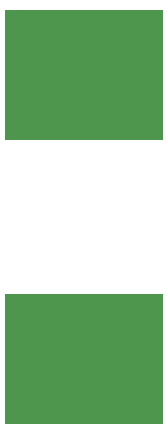
<source format=gbr>
G04 #@! TF.GenerationSoftware,KiCad,Pcbnew,7.0.10*
G04 #@! TF.CreationDate,2024-02-24T09:50:23-06:00*
G04 #@! TF.ProjectId,CZ-6BM1,435a2d36-424d-4312-9e6b-696361645f70,rev?*
G04 #@! TF.SameCoordinates,Original*
G04 #@! TF.FileFunction,Paste,Top*
G04 #@! TF.FilePolarity,Positive*
%FSLAX46Y46*%
G04 Gerber Fmt 4.6, Leading zero omitted, Abs format (unit mm)*
G04 Created by KiCad (PCBNEW 7.0.10) date 2024-02-24 09:50:23*
%MOMM*%
%LPD*%
G01*
G04 APERTURE LIST*
%ADD10R,13.500000X11.000000*%
G04 APERTURE END LIST*
D10*
X129400000Y-151900000D03*
X129400000Y-127900000D03*
M02*

</source>
